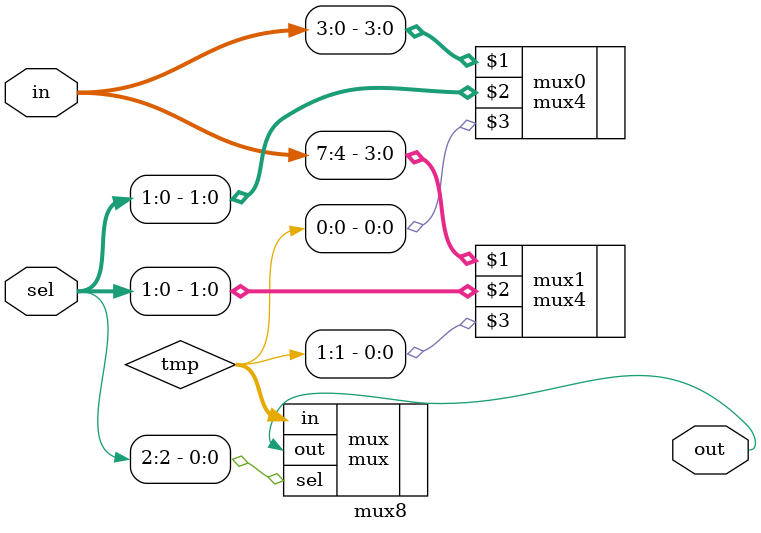
<source format=v>
module mux8(
  input [7:0] in,
  input [2:0] sel,
  output out);
  
  wire [1:0] tmp;
  
  mux4 mux0(in[3:0],sel[1:0],tmp[0]);
  mux4 mux1(in[7:4],sel[1:0],tmp[1]);  
  mux mux(.in(tmp),.sel(sel[2]),.out(out));
endmodule

</source>
